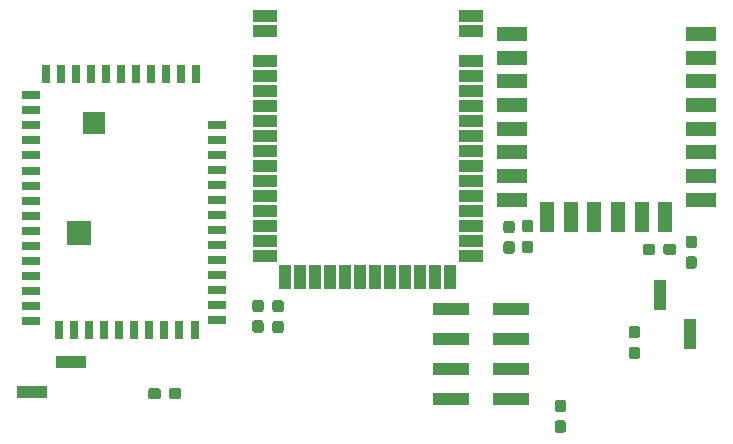
<source format=gbr>
G04 #@! TF.GenerationSoftware,KiCad,Pcbnew,(5.1.4)-1*
G04 #@! TF.CreationDate,2019-11-03T20:25:49+01:00*
G04 #@! TF.ProjectId,121019_breakoutBoard_cureBag_V1,31323130-3139-45f6-9272-65616b6f7574,rev?*
G04 #@! TF.SameCoordinates,Original*
G04 #@! TF.FileFunction,Paste,Top*
G04 #@! TF.FilePolarity,Positive*
%FSLAX46Y46*%
G04 Gerber Fmt 4.6, Leading zero omitted, Abs format (unit mm)*
G04 Created by KiCad (PCBNEW (5.1.4)-1) date 2019-11-03 20:25:49*
%MOMM*%
%LPD*%
G04 APERTURE LIST*
%ADD10R,3.150000X1.000000*%
%ADD11R,1.000000X2.510000*%
%ADD12R,2.510000X1.000000*%
%ADD13R,1.998980X0.998220*%
%ADD14R,0.998220X1.998980*%
%ADD15R,2.500000X1.250000*%
%ADD16R,1.250000X2.500000*%
%ADD17R,0.700000X1.600000*%
%ADD18R,1.600000X0.700000*%
%ADD19R,2.030000X2.030000*%
%ADD20R,1.830000X1.830000*%
%ADD21C,0.100000*%
%ADD22C,0.950000*%
G04 APERTURE END LIST*
D10*
X137642600Y-106172000D03*
X142692600Y-106172000D03*
X137642600Y-108712000D03*
X142692600Y-108712000D03*
X137642600Y-111252000D03*
X142692600Y-111252000D03*
X137642600Y-113792000D03*
X142692600Y-113792000D03*
D11*
X155270200Y-104974200D03*
X157810200Y-108284200D03*
D12*
X105464800Y-110617000D03*
X102154800Y-113157000D03*
D13*
X121820940Y-81356200D03*
X121820940Y-82626200D03*
X121820940Y-85166200D03*
X121820940Y-86436200D03*
X121820940Y-87706200D03*
X121820940Y-88976200D03*
X121820940Y-90246200D03*
X121820940Y-91516200D03*
X121820940Y-92786200D03*
X121820940Y-94056200D03*
X121820940Y-95326200D03*
X121820940Y-96596200D03*
X121820940Y-97866200D03*
X121820940Y-99136200D03*
X121820940Y-100406200D03*
X121820940Y-101676200D03*
D14*
X123586240Y-103421180D03*
X124856240Y-103421180D03*
X126126240Y-103421180D03*
X127396240Y-103421180D03*
X128666240Y-103421180D03*
X129936240Y-103421180D03*
X131206240Y-103421180D03*
X132476240Y-103421180D03*
X133746240Y-103421180D03*
X135016240Y-103421180D03*
X136286240Y-103421180D03*
X137556240Y-103421180D03*
D13*
X139319000Y-101676200D03*
X139319000Y-100406200D03*
X139319000Y-99136200D03*
X139319000Y-97866200D03*
X139319000Y-96596200D03*
X139319000Y-95326200D03*
X139319000Y-94056200D03*
X139319000Y-92786200D03*
X139319000Y-91516200D03*
X139319000Y-90246200D03*
X139319000Y-88976200D03*
X139319000Y-87706200D03*
X139319000Y-86436200D03*
X139319000Y-85166200D03*
X139319000Y-82626200D03*
X139319000Y-81356200D03*
D15*
X158749000Y-96880000D03*
X158749000Y-88880000D03*
X158749000Y-86880000D03*
X158749000Y-84880000D03*
X142749000Y-96880000D03*
X142749000Y-94880000D03*
X142749000Y-92880000D03*
X142749000Y-90880000D03*
X142749000Y-88880000D03*
X142749000Y-86880000D03*
X142749000Y-84880000D03*
X142749000Y-82880000D03*
D16*
X145749000Y-98360000D03*
X147749000Y-98360000D03*
X149749000Y-98360000D03*
X151749000Y-98360000D03*
X153749000Y-98360000D03*
X155749000Y-98360000D03*
D15*
X158749000Y-92880000D03*
X158749000Y-90880000D03*
X158749000Y-94880000D03*
X158749000Y-82880000D03*
D17*
X104405800Y-107954200D03*
X105675800Y-107954200D03*
X106945800Y-107954200D03*
X108215800Y-107954200D03*
X109485800Y-107954200D03*
X110755800Y-107954200D03*
X112025800Y-107954200D03*
X113295800Y-107954200D03*
X114565800Y-107954200D03*
X116055800Y-86254200D03*
X115895800Y-107954200D03*
X114785800Y-86254200D03*
X113515800Y-86254200D03*
X112245800Y-86254200D03*
X110975800Y-86254200D03*
X109705800Y-86254200D03*
X108435800Y-86254200D03*
X107165800Y-86254200D03*
X105895800Y-86254200D03*
X104625800Y-86254200D03*
X103355800Y-86254200D03*
D18*
X102055800Y-107164200D03*
X102055800Y-105894200D03*
X102055800Y-104624200D03*
X102055800Y-103354200D03*
X102055800Y-102084200D03*
X102055800Y-100814200D03*
X102055800Y-99544200D03*
X102055800Y-98274200D03*
X102055800Y-95734200D03*
X102055800Y-97004200D03*
X102055800Y-94464200D03*
X102055800Y-93134200D03*
X102055800Y-91864200D03*
X102055800Y-90594200D03*
X102055800Y-89324200D03*
X102055800Y-88054200D03*
X117755800Y-107104200D03*
X117755800Y-105834200D03*
X117755800Y-103294200D03*
X117755800Y-104564200D03*
X117755800Y-102024200D03*
X117755800Y-100754200D03*
X117755800Y-99484200D03*
X117755800Y-98214200D03*
X117755800Y-96944200D03*
X117755800Y-94404200D03*
X117755800Y-93134200D03*
X117755800Y-95674200D03*
X117755800Y-90594200D03*
X117755800Y-91864200D03*
D19*
X106150800Y-99739200D03*
D20*
X107340800Y-90414200D03*
D21*
G36*
X154680579Y-100618144D02*
G01*
X154703634Y-100621563D01*
X154726243Y-100627227D01*
X154748187Y-100635079D01*
X154769257Y-100645044D01*
X154789248Y-100657026D01*
X154807968Y-100670910D01*
X154825238Y-100686562D01*
X154840890Y-100703832D01*
X154854774Y-100722552D01*
X154866756Y-100742543D01*
X154876721Y-100763613D01*
X154884573Y-100785557D01*
X154890237Y-100808166D01*
X154893656Y-100831221D01*
X154894800Y-100854500D01*
X154894800Y-101329500D01*
X154893656Y-101352779D01*
X154890237Y-101375834D01*
X154884573Y-101398443D01*
X154876721Y-101420387D01*
X154866756Y-101441457D01*
X154854774Y-101461448D01*
X154840890Y-101480168D01*
X154825238Y-101497438D01*
X154807968Y-101513090D01*
X154789248Y-101526974D01*
X154769257Y-101538956D01*
X154748187Y-101548921D01*
X154726243Y-101556773D01*
X154703634Y-101562437D01*
X154680579Y-101565856D01*
X154657300Y-101567000D01*
X154082300Y-101567000D01*
X154059021Y-101565856D01*
X154035966Y-101562437D01*
X154013357Y-101556773D01*
X153991413Y-101548921D01*
X153970343Y-101538956D01*
X153950352Y-101526974D01*
X153931632Y-101513090D01*
X153914362Y-101497438D01*
X153898710Y-101480168D01*
X153884826Y-101461448D01*
X153872844Y-101441457D01*
X153862879Y-101420387D01*
X153855027Y-101398443D01*
X153849363Y-101375834D01*
X153845944Y-101352779D01*
X153844800Y-101329500D01*
X153844800Y-100854500D01*
X153845944Y-100831221D01*
X153849363Y-100808166D01*
X153855027Y-100785557D01*
X153862879Y-100763613D01*
X153872844Y-100742543D01*
X153884826Y-100722552D01*
X153898710Y-100703832D01*
X153914362Y-100686562D01*
X153931632Y-100670910D01*
X153950352Y-100657026D01*
X153970343Y-100645044D01*
X153991413Y-100635079D01*
X154013357Y-100627227D01*
X154035966Y-100621563D01*
X154059021Y-100618144D01*
X154082300Y-100617000D01*
X154657300Y-100617000D01*
X154680579Y-100618144D01*
X154680579Y-100618144D01*
G37*
D22*
X154369800Y-101092000D03*
D21*
G36*
X156430579Y-100618144D02*
G01*
X156453634Y-100621563D01*
X156476243Y-100627227D01*
X156498187Y-100635079D01*
X156519257Y-100645044D01*
X156539248Y-100657026D01*
X156557968Y-100670910D01*
X156575238Y-100686562D01*
X156590890Y-100703832D01*
X156604774Y-100722552D01*
X156616756Y-100742543D01*
X156626721Y-100763613D01*
X156634573Y-100785557D01*
X156640237Y-100808166D01*
X156643656Y-100831221D01*
X156644800Y-100854500D01*
X156644800Y-101329500D01*
X156643656Y-101352779D01*
X156640237Y-101375834D01*
X156634573Y-101398443D01*
X156626721Y-101420387D01*
X156616756Y-101441457D01*
X156604774Y-101461448D01*
X156590890Y-101480168D01*
X156575238Y-101497438D01*
X156557968Y-101513090D01*
X156539248Y-101526974D01*
X156519257Y-101538956D01*
X156498187Y-101548921D01*
X156476243Y-101556773D01*
X156453634Y-101562437D01*
X156430579Y-101565856D01*
X156407300Y-101567000D01*
X155832300Y-101567000D01*
X155809021Y-101565856D01*
X155785966Y-101562437D01*
X155763357Y-101556773D01*
X155741413Y-101548921D01*
X155720343Y-101538956D01*
X155700352Y-101526974D01*
X155681632Y-101513090D01*
X155664362Y-101497438D01*
X155648710Y-101480168D01*
X155634826Y-101461448D01*
X155622844Y-101441457D01*
X155612879Y-101420387D01*
X155605027Y-101398443D01*
X155599363Y-101375834D01*
X155595944Y-101352779D01*
X155594800Y-101329500D01*
X155594800Y-100854500D01*
X155595944Y-100831221D01*
X155599363Y-100808166D01*
X155605027Y-100785557D01*
X155612879Y-100763613D01*
X155622844Y-100742543D01*
X155634826Y-100722552D01*
X155648710Y-100703832D01*
X155664362Y-100686562D01*
X155681632Y-100670910D01*
X155700352Y-100657026D01*
X155720343Y-100645044D01*
X155741413Y-100635079D01*
X155763357Y-100627227D01*
X155785966Y-100621563D01*
X155809021Y-100618144D01*
X155832300Y-100617000D01*
X156407300Y-100617000D01*
X156430579Y-100618144D01*
X156430579Y-100618144D01*
G37*
D22*
X156119800Y-101092000D03*
D21*
G36*
X158197979Y-101685744D02*
G01*
X158221034Y-101689163D01*
X158243643Y-101694827D01*
X158265587Y-101702679D01*
X158286657Y-101712644D01*
X158306648Y-101724626D01*
X158325368Y-101738510D01*
X158342638Y-101754162D01*
X158358290Y-101771432D01*
X158372174Y-101790152D01*
X158384156Y-101810143D01*
X158394121Y-101831213D01*
X158401973Y-101853157D01*
X158407637Y-101875766D01*
X158411056Y-101898821D01*
X158412200Y-101922100D01*
X158412200Y-102497100D01*
X158411056Y-102520379D01*
X158407637Y-102543434D01*
X158401973Y-102566043D01*
X158394121Y-102587987D01*
X158384156Y-102609057D01*
X158372174Y-102629048D01*
X158358290Y-102647768D01*
X158342638Y-102665038D01*
X158325368Y-102680690D01*
X158306648Y-102694574D01*
X158286657Y-102706556D01*
X158265587Y-102716521D01*
X158243643Y-102724373D01*
X158221034Y-102730037D01*
X158197979Y-102733456D01*
X158174700Y-102734600D01*
X157699700Y-102734600D01*
X157676421Y-102733456D01*
X157653366Y-102730037D01*
X157630757Y-102724373D01*
X157608813Y-102716521D01*
X157587743Y-102706556D01*
X157567752Y-102694574D01*
X157549032Y-102680690D01*
X157531762Y-102665038D01*
X157516110Y-102647768D01*
X157502226Y-102629048D01*
X157490244Y-102609057D01*
X157480279Y-102587987D01*
X157472427Y-102566043D01*
X157466763Y-102543434D01*
X157463344Y-102520379D01*
X157462200Y-102497100D01*
X157462200Y-101922100D01*
X157463344Y-101898821D01*
X157466763Y-101875766D01*
X157472427Y-101853157D01*
X157480279Y-101831213D01*
X157490244Y-101810143D01*
X157502226Y-101790152D01*
X157516110Y-101771432D01*
X157531762Y-101754162D01*
X157549032Y-101738510D01*
X157567752Y-101724626D01*
X157587743Y-101712644D01*
X157608813Y-101702679D01*
X157630757Y-101694827D01*
X157653366Y-101689163D01*
X157676421Y-101685744D01*
X157699700Y-101684600D01*
X158174700Y-101684600D01*
X158197979Y-101685744D01*
X158197979Y-101685744D01*
G37*
D22*
X157937200Y-102209600D03*
D21*
G36*
X158197979Y-99935744D02*
G01*
X158221034Y-99939163D01*
X158243643Y-99944827D01*
X158265587Y-99952679D01*
X158286657Y-99962644D01*
X158306648Y-99974626D01*
X158325368Y-99988510D01*
X158342638Y-100004162D01*
X158358290Y-100021432D01*
X158372174Y-100040152D01*
X158384156Y-100060143D01*
X158394121Y-100081213D01*
X158401973Y-100103157D01*
X158407637Y-100125766D01*
X158411056Y-100148821D01*
X158412200Y-100172100D01*
X158412200Y-100747100D01*
X158411056Y-100770379D01*
X158407637Y-100793434D01*
X158401973Y-100816043D01*
X158394121Y-100837987D01*
X158384156Y-100859057D01*
X158372174Y-100879048D01*
X158358290Y-100897768D01*
X158342638Y-100915038D01*
X158325368Y-100930690D01*
X158306648Y-100944574D01*
X158286657Y-100956556D01*
X158265587Y-100966521D01*
X158243643Y-100974373D01*
X158221034Y-100980037D01*
X158197979Y-100983456D01*
X158174700Y-100984600D01*
X157699700Y-100984600D01*
X157676421Y-100983456D01*
X157653366Y-100980037D01*
X157630757Y-100974373D01*
X157608813Y-100966521D01*
X157587743Y-100956556D01*
X157567752Y-100944574D01*
X157549032Y-100930690D01*
X157531762Y-100915038D01*
X157516110Y-100897768D01*
X157502226Y-100879048D01*
X157490244Y-100859057D01*
X157480279Y-100837987D01*
X157472427Y-100816043D01*
X157466763Y-100793434D01*
X157463344Y-100770379D01*
X157462200Y-100747100D01*
X157462200Y-100172100D01*
X157463344Y-100148821D01*
X157466763Y-100125766D01*
X157472427Y-100103157D01*
X157480279Y-100081213D01*
X157490244Y-100060143D01*
X157502226Y-100040152D01*
X157516110Y-100021432D01*
X157531762Y-100004162D01*
X157549032Y-99988510D01*
X157567752Y-99974626D01*
X157587743Y-99962644D01*
X157608813Y-99952679D01*
X157630757Y-99944827D01*
X157653366Y-99939163D01*
X157676421Y-99935744D01*
X157699700Y-99934600D01*
X158174700Y-99934600D01*
X158197979Y-99935744D01*
X158197979Y-99935744D01*
G37*
D22*
X157937200Y-100459600D03*
D21*
G36*
X153397379Y-107592544D02*
G01*
X153420434Y-107595963D01*
X153443043Y-107601627D01*
X153464987Y-107609479D01*
X153486057Y-107619444D01*
X153506048Y-107631426D01*
X153524768Y-107645310D01*
X153542038Y-107660962D01*
X153557690Y-107678232D01*
X153571574Y-107696952D01*
X153583556Y-107716943D01*
X153593521Y-107738013D01*
X153601373Y-107759957D01*
X153607037Y-107782566D01*
X153610456Y-107805621D01*
X153611600Y-107828900D01*
X153611600Y-108403900D01*
X153610456Y-108427179D01*
X153607037Y-108450234D01*
X153601373Y-108472843D01*
X153593521Y-108494787D01*
X153583556Y-108515857D01*
X153571574Y-108535848D01*
X153557690Y-108554568D01*
X153542038Y-108571838D01*
X153524768Y-108587490D01*
X153506048Y-108601374D01*
X153486057Y-108613356D01*
X153464987Y-108623321D01*
X153443043Y-108631173D01*
X153420434Y-108636837D01*
X153397379Y-108640256D01*
X153374100Y-108641400D01*
X152899100Y-108641400D01*
X152875821Y-108640256D01*
X152852766Y-108636837D01*
X152830157Y-108631173D01*
X152808213Y-108623321D01*
X152787143Y-108613356D01*
X152767152Y-108601374D01*
X152748432Y-108587490D01*
X152731162Y-108571838D01*
X152715510Y-108554568D01*
X152701626Y-108535848D01*
X152689644Y-108515857D01*
X152679679Y-108494787D01*
X152671827Y-108472843D01*
X152666163Y-108450234D01*
X152662744Y-108427179D01*
X152661600Y-108403900D01*
X152661600Y-107828900D01*
X152662744Y-107805621D01*
X152666163Y-107782566D01*
X152671827Y-107759957D01*
X152679679Y-107738013D01*
X152689644Y-107716943D01*
X152701626Y-107696952D01*
X152715510Y-107678232D01*
X152731162Y-107660962D01*
X152748432Y-107645310D01*
X152767152Y-107631426D01*
X152787143Y-107619444D01*
X152808213Y-107609479D01*
X152830157Y-107601627D01*
X152852766Y-107595963D01*
X152875821Y-107592544D01*
X152899100Y-107591400D01*
X153374100Y-107591400D01*
X153397379Y-107592544D01*
X153397379Y-107592544D01*
G37*
D22*
X153136600Y-108116400D03*
D21*
G36*
X153397379Y-109342544D02*
G01*
X153420434Y-109345963D01*
X153443043Y-109351627D01*
X153464987Y-109359479D01*
X153486057Y-109369444D01*
X153506048Y-109381426D01*
X153524768Y-109395310D01*
X153542038Y-109410962D01*
X153557690Y-109428232D01*
X153571574Y-109446952D01*
X153583556Y-109466943D01*
X153593521Y-109488013D01*
X153601373Y-109509957D01*
X153607037Y-109532566D01*
X153610456Y-109555621D01*
X153611600Y-109578900D01*
X153611600Y-110153900D01*
X153610456Y-110177179D01*
X153607037Y-110200234D01*
X153601373Y-110222843D01*
X153593521Y-110244787D01*
X153583556Y-110265857D01*
X153571574Y-110285848D01*
X153557690Y-110304568D01*
X153542038Y-110321838D01*
X153524768Y-110337490D01*
X153506048Y-110351374D01*
X153486057Y-110363356D01*
X153464987Y-110373321D01*
X153443043Y-110381173D01*
X153420434Y-110386837D01*
X153397379Y-110390256D01*
X153374100Y-110391400D01*
X152899100Y-110391400D01*
X152875821Y-110390256D01*
X152852766Y-110386837D01*
X152830157Y-110381173D01*
X152808213Y-110373321D01*
X152787143Y-110363356D01*
X152767152Y-110351374D01*
X152748432Y-110337490D01*
X152731162Y-110321838D01*
X152715510Y-110304568D01*
X152701626Y-110285848D01*
X152689644Y-110265857D01*
X152679679Y-110244787D01*
X152671827Y-110222843D01*
X152666163Y-110200234D01*
X152662744Y-110177179D01*
X152661600Y-110153900D01*
X152661600Y-109578900D01*
X152662744Y-109555621D01*
X152666163Y-109532566D01*
X152671827Y-109509957D01*
X152679679Y-109488013D01*
X152689644Y-109466943D01*
X152701626Y-109446952D01*
X152715510Y-109428232D01*
X152731162Y-109410962D01*
X152748432Y-109395310D01*
X152767152Y-109381426D01*
X152787143Y-109369444D01*
X152808213Y-109359479D01*
X152830157Y-109351627D01*
X152852766Y-109345963D01*
X152875821Y-109342544D01*
X152899100Y-109341400D01*
X153374100Y-109341400D01*
X153397379Y-109342544D01*
X153397379Y-109342544D01*
G37*
D22*
X153136600Y-109866400D03*
D21*
G36*
X123222179Y-107132744D02*
G01*
X123245234Y-107136163D01*
X123267843Y-107141827D01*
X123289787Y-107149679D01*
X123310857Y-107159644D01*
X123330848Y-107171626D01*
X123349568Y-107185510D01*
X123366838Y-107201162D01*
X123382490Y-107218432D01*
X123396374Y-107237152D01*
X123408356Y-107257143D01*
X123418321Y-107278213D01*
X123426173Y-107300157D01*
X123431837Y-107322766D01*
X123435256Y-107345821D01*
X123436400Y-107369100D01*
X123436400Y-107944100D01*
X123435256Y-107967379D01*
X123431837Y-107990434D01*
X123426173Y-108013043D01*
X123418321Y-108034987D01*
X123408356Y-108056057D01*
X123396374Y-108076048D01*
X123382490Y-108094768D01*
X123366838Y-108112038D01*
X123349568Y-108127690D01*
X123330848Y-108141574D01*
X123310857Y-108153556D01*
X123289787Y-108163521D01*
X123267843Y-108171373D01*
X123245234Y-108177037D01*
X123222179Y-108180456D01*
X123198900Y-108181600D01*
X122723900Y-108181600D01*
X122700621Y-108180456D01*
X122677566Y-108177037D01*
X122654957Y-108171373D01*
X122633013Y-108163521D01*
X122611943Y-108153556D01*
X122591952Y-108141574D01*
X122573232Y-108127690D01*
X122555962Y-108112038D01*
X122540310Y-108094768D01*
X122526426Y-108076048D01*
X122514444Y-108056057D01*
X122504479Y-108034987D01*
X122496627Y-108013043D01*
X122490963Y-107990434D01*
X122487544Y-107967379D01*
X122486400Y-107944100D01*
X122486400Y-107369100D01*
X122487544Y-107345821D01*
X122490963Y-107322766D01*
X122496627Y-107300157D01*
X122504479Y-107278213D01*
X122514444Y-107257143D01*
X122526426Y-107237152D01*
X122540310Y-107218432D01*
X122555962Y-107201162D01*
X122573232Y-107185510D01*
X122591952Y-107171626D01*
X122611943Y-107159644D01*
X122633013Y-107149679D01*
X122654957Y-107141827D01*
X122677566Y-107136163D01*
X122700621Y-107132744D01*
X122723900Y-107131600D01*
X123198900Y-107131600D01*
X123222179Y-107132744D01*
X123222179Y-107132744D01*
G37*
D22*
X122961400Y-107656600D03*
D21*
G36*
X123222179Y-105382744D02*
G01*
X123245234Y-105386163D01*
X123267843Y-105391827D01*
X123289787Y-105399679D01*
X123310857Y-105409644D01*
X123330848Y-105421626D01*
X123349568Y-105435510D01*
X123366838Y-105451162D01*
X123382490Y-105468432D01*
X123396374Y-105487152D01*
X123408356Y-105507143D01*
X123418321Y-105528213D01*
X123426173Y-105550157D01*
X123431837Y-105572766D01*
X123435256Y-105595821D01*
X123436400Y-105619100D01*
X123436400Y-106194100D01*
X123435256Y-106217379D01*
X123431837Y-106240434D01*
X123426173Y-106263043D01*
X123418321Y-106284987D01*
X123408356Y-106306057D01*
X123396374Y-106326048D01*
X123382490Y-106344768D01*
X123366838Y-106362038D01*
X123349568Y-106377690D01*
X123330848Y-106391574D01*
X123310857Y-106403556D01*
X123289787Y-106413521D01*
X123267843Y-106421373D01*
X123245234Y-106427037D01*
X123222179Y-106430456D01*
X123198900Y-106431600D01*
X122723900Y-106431600D01*
X122700621Y-106430456D01*
X122677566Y-106427037D01*
X122654957Y-106421373D01*
X122633013Y-106413521D01*
X122611943Y-106403556D01*
X122591952Y-106391574D01*
X122573232Y-106377690D01*
X122555962Y-106362038D01*
X122540310Y-106344768D01*
X122526426Y-106326048D01*
X122514444Y-106306057D01*
X122504479Y-106284987D01*
X122496627Y-106263043D01*
X122490963Y-106240434D01*
X122487544Y-106217379D01*
X122486400Y-106194100D01*
X122486400Y-105619100D01*
X122487544Y-105595821D01*
X122490963Y-105572766D01*
X122496627Y-105550157D01*
X122504479Y-105528213D01*
X122514444Y-105507143D01*
X122526426Y-105487152D01*
X122540310Y-105468432D01*
X122555962Y-105451162D01*
X122573232Y-105435510D01*
X122591952Y-105421626D01*
X122611943Y-105409644D01*
X122633013Y-105399679D01*
X122654957Y-105391827D01*
X122677566Y-105386163D01*
X122700621Y-105382744D01*
X122723900Y-105381600D01*
X123198900Y-105381600D01*
X123222179Y-105382744D01*
X123222179Y-105382744D01*
G37*
D22*
X122961400Y-105906600D03*
D21*
G36*
X144354979Y-100362344D02*
G01*
X144378034Y-100365763D01*
X144400643Y-100371427D01*
X144422587Y-100379279D01*
X144443657Y-100389244D01*
X144463648Y-100401226D01*
X144482368Y-100415110D01*
X144499638Y-100430762D01*
X144515290Y-100448032D01*
X144529174Y-100466752D01*
X144541156Y-100486743D01*
X144551121Y-100507813D01*
X144558973Y-100529757D01*
X144564637Y-100552366D01*
X144568056Y-100575421D01*
X144569200Y-100598700D01*
X144569200Y-101173700D01*
X144568056Y-101196979D01*
X144564637Y-101220034D01*
X144558973Y-101242643D01*
X144551121Y-101264587D01*
X144541156Y-101285657D01*
X144529174Y-101305648D01*
X144515290Y-101324368D01*
X144499638Y-101341638D01*
X144482368Y-101357290D01*
X144463648Y-101371174D01*
X144443657Y-101383156D01*
X144422587Y-101393121D01*
X144400643Y-101400973D01*
X144378034Y-101406637D01*
X144354979Y-101410056D01*
X144331700Y-101411200D01*
X143856700Y-101411200D01*
X143833421Y-101410056D01*
X143810366Y-101406637D01*
X143787757Y-101400973D01*
X143765813Y-101393121D01*
X143744743Y-101383156D01*
X143724752Y-101371174D01*
X143706032Y-101357290D01*
X143688762Y-101341638D01*
X143673110Y-101324368D01*
X143659226Y-101305648D01*
X143647244Y-101285657D01*
X143637279Y-101264587D01*
X143629427Y-101242643D01*
X143623763Y-101220034D01*
X143620344Y-101196979D01*
X143619200Y-101173700D01*
X143619200Y-100598700D01*
X143620344Y-100575421D01*
X143623763Y-100552366D01*
X143629427Y-100529757D01*
X143637279Y-100507813D01*
X143647244Y-100486743D01*
X143659226Y-100466752D01*
X143673110Y-100448032D01*
X143688762Y-100430762D01*
X143706032Y-100415110D01*
X143724752Y-100401226D01*
X143744743Y-100389244D01*
X143765813Y-100379279D01*
X143787757Y-100371427D01*
X143810366Y-100365763D01*
X143833421Y-100362344D01*
X143856700Y-100361200D01*
X144331700Y-100361200D01*
X144354979Y-100362344D01*
X144354979Y-100362344D01*
G37*
D22*
X144094200Y-100886200D03*
D21*
G36*
X144354979Y-98612344D02*
G01*
X144378034Y-98615763D01*
X144400643Y-98621427D01*
X144422587Y-98629279D01*
X144443657Y-98639244D01*
X144463648Y-98651226D01*
X144482368Y-98665110D01*
X144499638Y-98680762D01*
X144515290Y-98698032D01*
X144529174Y-98716752D01*
X144541156Y-98736743D01*
X144551121Y-98757813D01*
X144558973Y-98779757D01*
X144564637Y-98802366D01*
X144568056Y-98825421D01*
X144569200Y-98848700D01*
X144569200Y-99423700D01*
X144568056Y-99446979D01*
X144564637Y-99470034D01*
X144558973Y-99492643D01*
X144551121Y-99514587D01*
X144541156Y-99535657D01*
X144529174Y-99555648D01*
X144515290Y-99574368D01*
X144499638Y-99591638D01*
X144482368Y-99607290D01*
X144463648Y-99621174D01*
X144443657Y-99633156D01*
X144422587Y-99643121D01*
X144400643Y-99650973D01*
X144378034Y-99656637D01*
X144354979Y-99660056D01*
X144331700Y-99661200D01*
X143856700Y-99661200D01*
X143833421Y-99660056D01*
X143810366Y-99656637D01*
X143787757Y-99650973D01*
X143765813Y-99643121D01*
X143744743Y-99633156D01*
X143724752Y-99621174D01*
X143706032Y-99607290D01*
X143688762Y-99591638D01*
X143673110Y-99574368D01*
X143659226Y-99555648D01*
X143647244Y-99535657D01*
X143637279Y-99514587D01*
X143629427Y-99492643D01*
X143623763Y-99470034D01*
X143620344Y-99446979D01*
X143619200Y-99423700D01*
X143619200Y-98848700D01*
X143620344Y-98825421D01*
X143623763Y-98802366D01*
X143629427Y-98779757D01*
X143637279Y-98757813D01*
X143647244Y-98736743D01*
X143659226Y-98716752D01*
X143673110Y-98698032D01*
X143688762Y-98680762D01*
X143706032Y-98665110D01*
X143724752Y-98651226D01*
X143744743Y-98639244D01*
X143765813Y-98629279D01*
X143787757Y-98621427D01*
X143810366Y-98615763D01*
X143833421Y-98612344D01*
X143856700Y-98611200D01*
X144331700Y-98611200D01*
X144354979Y-98612344D01*
X144354979Y-98612344D01*
G37*
D22*
X144094200Y-99136200D03*
D21*
G36*
X142780179Y-98663144D02*
G01*
X142803234Y-98666563D01*
X142825843Y-98672227D01*
X142847787Y-98680079D01*
X142868857Y-98690044D01*
X142888848Y-98702026D01*
X142907568Y-98715910D01*
X142924838Y-98731562D01*
X142940490Y-98748832D01*
X142954374Y-98767552D01*
X142966356Y-98787543D01*
X142976321Y-98808613D01*
X142984173Y-98830557D01*
X142989837Y-98853166D01*
X142993256Y-98876221D01*
X142994400Y-98899500D01*
X142994400Y-99474500D01*
X142993256Y-99497779D01*
X142989837Y-99520834D01*
X142984173Y-99543443D01*
X142976321Y-99565387D01*
X142966356Y-99586457D01*
X142954374Y-99606448D01*
X142940490Y-99625168D01*
X142924838Y-99642438D01*
X142907568Y-99658090D01*
X142888848Y-99671974D01*
X142868857Y-99683956D01*
X142847787Y-99693921D01*
X142825843Y-99701773D01*
X142803234Y-99707437D01*
X142780179Y-99710856D01*
X142756900Y-99712000D01*
X142281900Y-99712000D01*
X142258621Y-99710856D01*
X142235566Y-99707437D01*
X142212957Y-99701773D01*
X142191013Y-99693921D01*
X142169943Y-99683956D01*
X142149952Y-99671974D01*
X142131232Y-99658090D01*
X142113962Y-99642438D01*
X142098310Y-99625168D01*
X142084426Y-99606448D01*
X142072444Y-99586457D01*
X142062479Y-99565387D01*
X142054627Y-99543443D01*
X142048963Y-99520834D01*
X142045544Y-99497779D01*
X142044400Y-99474500D01*
X142044400Y-98899500D01*
X142045544Y-98876221D01*
X142048963Y-98853166D01*
X142054627Y-98830557D01*
X142062479Y-98808613D01*
X142072444Y-98787543D01*
X142084426Y-98767552D01*
X142098310Y-98748832D01*
X142113962Y-98731562D01*
X142131232Y-98715910D01*
X142149952Y-98702026D01*
X142169943Y-98690044D01*
X142191013Y-98680079D01*
X142212957Y-98672227D01*
X142235566Y-98666563D01*
X142258621Y-98663144D01*
X142281900Y-98662000D01*
X142756900Y-98662000D01*
X142780179Y-98663144D01*
X142780179Y-98663144D01*
G37*
D22*
X142519400Y-99187000D03*
D21*
G36*
X142780179Y-100413144D02*
G01*
X142803234Y-100416563D01*
X142825843Y-100422227D01*
X142847787Y-100430079D01*
X142868857Y-100440044D01*
X142888848Y-100452026D01*
X142907568Y-100465910D01*
X142924838Y-100481562D01*
X142940490Y-100498832D01*
X142954374Y-100517552D01*
X142966356Y-100537543D01*
X142976321Y-100558613D01*
X142984173Y-100580557D01*
X142989837Y-100603166D01*
X142993256Y-100626221D01*
X142994400Y-100649500D01*
X142994400Y-101224500D01*
X142993256Y-101247779D01*
X142989837Y-101270834D01*
X142984173Y-101293443D01*
X142976321Y-101315387D01*
X142966356Y-101336457D01*
X142954374Y-101356448D01*
X142940490Y-101375168D01*
X142924838Y-101392438D01*
X142907568Y-101408090D01*
X142888848Y-101421974D01*
X142868857Y-101433956D01*
X142847787Y-101443921D01*
X142825843Y-101451773D01*
X142803234Y-101457437D01*
X142780179Y-101460856D01*
X142756900Y-101462000D01*
X142281900Y-101462000D01*
X142258621Y-101460856D01*
X142235566Y-101457437D01*
X142212957Y-101451773D01*
X142191013Y-101443921D01*
X142169943Y-101433956D01*
X142149952Y-101421974D01*
X142131232Y-101408090D01*
X142113962Y-101392438D01*
X142098310Y-101375168D01*
X142084426Y-101356448D01*
X142072444Y-101336457D01*
X142062479Y-101315387D01*
X142054627Y-101293443D01*
X142048963Y-101270834D01*
X142045544Y-101247779D01*
X142044400Y-101224500D01*
X142044400Y-100649500D01*
X142045544Y-100626221D01*
X142048963Y-100603166D01*
X142054627Y-100580557D01*
X142062479Y-100558613D01*
X142072444Y-100537543D01*
X142084426Y-100517552D01*
X142098310Y-100498832D01*
X142113962Y-100481562D01*
X142131232Y-100465910D01*
X142149952Y-100452026D01*
X142169943Y-100440044D01*
X142191013Y-100430079D01*
X142212957Y-100422227D01*
X142235566Y-100416563D01*
X142258621Y-100413144D01*
X142281900Y-100412000D01*
X142756900Y-100412000D01*
X142780179Y-100413144D01*
X142780179Y-100413144D01*
G37*
D22*
X142519400Y-100937000D03*
D21*
G36*
X121520379Y-105357344D02*
G01*
X121543434Y-105360763D01*
X121566043Y-105366427D01*
X121587987Y-105374279D01*
X121609057Y-105384244D01*
X121629048Y-105396226D01*
X121647768Y-105410110D01*
X121665038Y-105425762D01*
X121680690Y-105443032D01*
X121694574Y-105461752D01*
X121706556Y-105481743D01*
X121716521Y-105502813D01*
X121724373Y-105524757D01*
X121730037Y-105547366D01*
X121733456Y-105570421D01*
X121734600Y-105593700D01*
X121734600Y-106168700D01*
X121733456Y-106191979D01*
X121730037Y-106215034D01*
X121724373Y-106237643D01*
X121716521Y-106259587D01*
X121706556Y-106280657D01*
X121694574Y-106300648D01*
X121680690Y-106319368D01*
X121665038Y-106336638D01*
X121647768Y-106352290D01*
X121629048Y-106366174D01*
X121609057Y-106378156D01*
X121587987Y-106388121D01*
X121566043Y-106395973D01*
X121543434Y-106401637D01*
X121520379Y-106405056D01*
X121497100Y-106406200D01*
X121022100Y-106406200D01*
X120998821Y-106405056D01*
X120975766Y-106401637D01*
X120953157Y-106395973D01*
X120931213Y-106388121D01*
X120910143Y-106378156D01*
X120890152Y-106366174D01*
X120871432Y-106352290D01*
X120854162Y-106336638D01*
X120838510Y-106319368D01*
X120824626Y-106300648D01*
X120812644Y-106280657D01*
X120802679Y-106259587D01*
X120794827Y-106237643D01*
X120789163Y-106215034D01*
X120785744Y-106191979D01*
X120784600Y-106168700D01*
X120784600Y-105593700D01*
X120785744Y-105570421D01*
X120789163Y-105547366D01*
X120794827Y-105524757D01*
X120802679Y-105502813D01*
X120812644Y-105481743D01*
X120824626Y-105461752D01*
X120838510Y-105443032D01*
X120854162Y-105425762D01*
X120871432Y-105410110D01*
X120890152Y-105396226D01*
X120910143Y-105384244D01*
X120931213Y-105374279D01*
X120953157Y-105366427D01*
X120975766Y-105360763D01*
X120998821Y-105357344D01*
X121022100Y-105356200D01*
X121497100Y-105356200D01*
X121520379Y-105357344D01*
X121520379Y-105357344D01*
G37*
D22*
X121259600Y-105881200D03*
D21*
G36*
X121520379Y-107107344D02*
G01*
X121543434Y-107110763D01*
X121566043Y-107116427D01*
X121587987Y-107124279D01*
X121609057Y-107134244D01*
X121629048Y-107146226D01*
X121647768Y-107160110D01*
X121665038Y-107175762D01*
X121680690Y-107193032D01*
X121694574Y-107211752D01*
X121706556Y-107231743D01*
X121716521Y-107252813D01*
X121724373Y-107274757D01*
X121730037Y-107297366D01*
X121733456Y-107320421D01*
X121734600Y-107343700D01*
X121734600Y-107918700D01*
X121733456Y-107941979D01*
X121730037Y-107965034D01*
X121724373Y-107987643D01*
X121716521Y-108009587D01*
X121706556Y-108030657D01*
X121694574Y-108050648D01*
X121680690Y-108069368D01*
X121665038Y-108086638D01*
X121647768Y-108102290D01*
X121629048Y-108116174D01*
X121609057Y-108128156D01*
X121587987Y-108138121D01*
X121566043Y-108145973D01*
X121543434Y-108151637D01*
X121520379Y-108155056D01*
X121497100Y-108156200D01*
X121022100Y-108156200D01*
X120998821Y-108155056D01*
X120975766Y-108151637D01*
X120953157Y-108145973D01*
X120931213Y-108138121D01*
X120910143Y-108128156D01*
X120890152Y-108116174D01*
X120871432Y-108102290D01*
X120854162Y-108086638D01*
X120838510Y-108069368D01*
X120824626Y-108050648D01*
X120812644Y-108030657D01*
X120802679Y-108009587D01*
X120794827Y-107987643D01*
X120789163Y-107965034D01*
X120785744Y-107941979D01*
X120784600Y-107918700D01*
X120784600Y-107343700D01*
X120785744Y-107320421D01*
X120789163Y-107297366D01*
X120794827Y-107274757D01*
X120802679Y-107252813D01*
X120812644Y-107231743D01*
X120824626Y-107211752D01*
X120838510Y-107193032D01*
X120854162Y-107175762D01*
X120871432Y-107160110D01*
X120890152Y-107146226D01*
X120910143Y-107134244D01*
X120931213Y-107124279D01*
X120953157Y-107116427D01*
X120975766Y-107110763D01*
X120998821Y-107107344D01*
X121022100Y-107106200D01*
X121497100Y-107106200D01*
X121520379Y-107107344D01*
X121520379Y-107107344D01*
G37*
D22*
X121259600Y-107631200D03*
D21*
G36*
X114557379Y-112835544D02*
G01*
X114580434Y-112838963D01*
X114603043Y-112844627D01*
X114624987Y-112852479D01*
X114646057Y-112862444D01*
X114666048Y-112874426D01*
X114684768Y-112888310D01*
X114702038Y-112903962D01*
X114717690Y-112921232D01*
X114731574Y-112939952D01*
X114743556Y-112959943D01*
X114753521Y-112981013D01*
X114761373Y-113002957D01*
X114767037Y-113025566D01*
X114770456Y-113048621D01*
X114771600Y-113071900D01*
X114771600Y-113546900D01*
X114770456Y-113570179D01*
X114767037Y-113593234D01*
X114761373Y-113615843D01*
X114753521Y-113637787D01*
X114743556Y-113658857D01*
X114731574Y-113678848D01*
X114717690Y-113697568D01*
X114702038Y-113714838D01*
X114684768Y-113730490D01*
X114666048Y-113744374D01*
X114646057Y-113756356D01*
X114624987Y-113766321D01*
X114603043Y-113774173D01*
X114580434Y-113779837D01*
X114557379Y-113783256D01*
X114534100Y-113784400D01*
X113959100Y-113784400D01*
X113935821Y-113783256D01*
X113912766Y-113779837D01*
X113890157Y-113774173D01*
X113868213Y-113766321D01*
X113847143Y-113756356D01*
X113827152Y-113744374D01*
X113808432Y-113730490D01*
X113791162Y-113714838D01*
X113775510Y-113697568D01*
X113761626Y-113678848D01*
X113749644Y-113658857D01*
X113739679Y-113637787D01*
X113731827Y-113615843D01*
X113726163Y-113593234D01*
X113722744Y-113570179D01*
X113721600Y-113546900D01*
X113721600Y-113071900D01*
X113722744Y-113048621D01*
X113726163Y-113025566D01*
X113731827Y-113002957D01*
X113739679Y-112981013D01*
X113749644Y-112959943D01*
X113761626Y-112939952D01*
X113775510Y-112921232D01*
X113791162Y-112903962D01*
X113808432Y-112888310D01*
X113827152Y-112874426D01*
X113847143Y-112862444D01*
X113868213Y-112852479D01*
X113890157Y-112844627D01*
X113912766Y-112838963D01*
X113935821Y-112835544D01*
X113959100Y-112834400D01*
X114534100Y-112834400D01*
X114557379Y-112835544D01*
X114557379Y-112835544D01*
G37*
D22*
X114246600Y-113309400D03*
D21*
G36*
X112807379Y-112835544D02*
G01*
X112830434Y-112838963D01*
X112853043Y-112844627D01*
X112874987Y-112852479D01*
X112896057Y-112862444D01*
X112916048Y-112874426D01*
X112934768Y-112888310D01*
X112952038Y-112903962D01*
X112967690Y-112921232D01*
X112981574Y-112939952D01*
X112993556Y-112959943D01*
X113003521Y-112981013D01*
X113011373Y-113002957D01*
X113017037Y-113025566D01*
X113020456Y-113048621D01*
X113021600Y-113071900D01*
X113021600Y-113546900D01*
X113020456Y-113570179D01*
X113017037Y-113593234D01*
X113011373Y-113615843D01*
X113003521Y-113637787D01*
X112993556Y-113658857D01*
X112981574Y-113678848D01*
X112967690Y-113697568D01*
X112952038Y-113714838D01*
X112934768Y-113730490D01*
X112916048Y-113744374D01*
X112896057Y-113756356D01*
X112874987Y-113766321D01*
X112853043Y-113774173D01*
X112830434Y-113779837D01*
X112807379Y-113783256D01*
X112784100Y-113784400D01*
X112209100Y-113784400D01*
X112185821Y-113783256D01*
X112162766Y-113779837D01*
X112140157Y-113774173D01*
X112118213Y-113766321D01*
X112097143Y-113756356D01*
X112077152Y-113744374D01*
X112058432Y-113730490D01*
X112041162Y-113714838D01*
X112025510Y-113697568D01*
X112011626Y-113678848D01*
X111999644Y-113658857D01*
X111989679Y-113637787D01*
X111981827Y-113615843D01*
X111976163Y-113593234D01*
X111972744Y-113570179D01*
X111971600Y-113546900D01*
X111971600Y-113071900D01*
X111972744Y-113048621D01*
X111976163Y-113025566D01*
X111981827Y-113002957D01*
X111989679Y-112981013D01*
X111999644Y-112959943D01*
X112011626Y-112939952D01*
X112025510Y-112921232D01*
X112041162Y-112903962D01*
X112058432Y-112888310D01*
X112077152Y-112874426D01*
X112097143Y-112862444D01*
X112118213Y-112852479D01*
X112140157Y-112844627D01*
X112162766Y-112838963D01*
X112185821Y-112835544D01*
X112209100Y-112834400D01*
X112784100Y-112834400D01*
X112807379Y-112835544D01*
X112807379Y-112835544D01*
G37*
D22*
X112496600Y-113309400D03*
D21*
G36*
X147123579Y-113829544D02*
G01*
X147146634Y-113832963D01*
X147169243Y-113838627D01*
X147191187Y-113846479D01*
X147212257Y-113856444D01*
X147232248Y-113868426D01*
X147250968Y-113882310D01*
X147268238Y-113897962D01*
X147283890Y-113915232D01*
X147297774Y-113933952D01*
X147309756Y-113953943D01*
X147319721Y-113975013D01*
X147327573Y-113996957D01*
X147333237Y-114019566D01*
X147336656Y-114042621D01*
X147337800Y-114065900D01*
X147337800Y-114640900D01*
X147336656Y-114664179D01*
X147333237Y-114687234D01*
X147327573Y-114709843D01*
X147319721Y-114731787D01*
X147309756Y-114752857D01*
X147297774Y-114772848D01*
X147283890Y-114791568D01*
X147268238Y-114808838D01*
X147250968Y-114824490D01*
X147232248Y-114838374D01*
X147212257Y-114850356D01*
X147191187Y-114860321D01*
X147169243Y-114868173D01*
X147146634Y-114873837D01*
X147123579Y-114877256D01*
X147100300Y-114878400D01*
X146625300Y-114878400D01*
X146602021Y-114877256D01*
X146578966Y-114873837D01*
X146556357Y-114868173D01*
X146534413Y-114860321D01*
X146513343Y-114850356D01*
X146493352Y-114838374D01*
X146474632Y-114824490D01*
X146457362Y-114808838D01*
X146441710Y-114791568D01*
X146427826Y-114772848D01*
X146415844Y-114752857D01*
X146405879Y-114731787D01*
X146398027Y-114709843D01*
X146392363Y-114687234D01*
X146388944Y-114664179D01*
X146387800Y-114640900D01*
X146387800Y-114065900D01*
X146388944Y-114042621D01*
X146392363Y-114019566D01*
X146398027Y-113996957D01*
X146405879Y-113975013D01*
X146415844Y-113953943D01*
X146427826Y-113933952D01*
X146441710Y-113915232D01*
X146457362Y-113897962D01*
X146474632Y-113882310D01*
X146493352Y-113868426D01*
X146513343Y-113856444D01*
X146534413Y-113846479D01*
X146556357Y-113838627D01*
X146578966Y-113832963D01*
X146602021Y-113829544D01*
X146625300Y-113828400D01*
X147100300Y-113828400D01*
X147123579Y-113829544D01*
X147123579Y-113829544D01*
G37*
D22*
X146862800Y-114353400D03*
D21*
G36*
X147123579Y-115579544D02*
G01*
X147146634Y-115582963D01*
X147169243Y-115588627D01*
X147191187Y-115596479D01*
X147212257Y-115606444D01*
X147232248Y-115618426D01*
X147250968Y-115632310D01*
X147268238Y-115647962D01*
X147283890Y-115665232D01*
X147297774Y-115683952D01*
X147309756Y-115703943D01*
X147319721Y-115725013D01*
X147327573Y-115746957D01*
X147333237Y-115769566D01*
X147336656Y-115792621D01*
X147337800Y-115815900D01*
X147337800Y-116390900D01*
X147336656Y-116414179D01*
X147333237Y-116437234D01*
X147327573Y-116459843D01*
X147319721Y-116481787D01*
X147309756Y-116502857D01*
X147297774Y-116522848D01*
X147283890Y-116541568D01*
X147268238Y-116558838D01*
X147250968Y-116574490D01*
X147232248Y-116588374D01*
X147212257Y-116600356D01*
X147191187Y-116610321D01*
X147169243Y-116618173D01*
X147146634Y-116623837D01*
X147123579Y-116627256D01*
X147100300Y-116628400D01*
X146625300Y-116628400D01*
X146602021Y-116627256D01*
X146578966Y-116623837D01*
X146556357Y-116618173D01*
X146534413Y-116610321D01*
X146513343Y-116600356D01*
X146493352Y-116588374D01*
X146474632Y-116574490D01*
X146457362Y-116558838D01*
X146441710Y-116541568D01*
X146427826Y-116522848D01*
X146415844Y-116502857D01*
X146405879Y-116481787D01*
X146398027Y-116459843D01*
X146392363Y-116437234D01*
X146388944Y-116414179D01*
X146387800Y-116390900D01*
X146387800Y-115815900D01*
X146388944Y-115792621D01*
X146392363Y-115769566D01*
X146398027Y-115746957D01*
X146405879Y-115725013D01*
X146415844Y-115703943D01*
X146427826Y-115683952D01*
X146441710Y-115665232D01*
X146457362Y-115647962D01*
X146474632Y-115632310D01*
X146493352Y-115618426D01*
X146513343Y-115606444D01*
X146534413Y-115596479D01*
X146556357Y-115588627D01*
X146578966Y-115582963D01*
X146602021Y-115579544D01*
X146625300Y-115578400D01*
X147100300Y-115578400D01*
X147123579Y-115579544D01*
X147123579Y-115579544D01*
G37*
D22*
X146862800Y-116103400D03*
M02*

</source>
